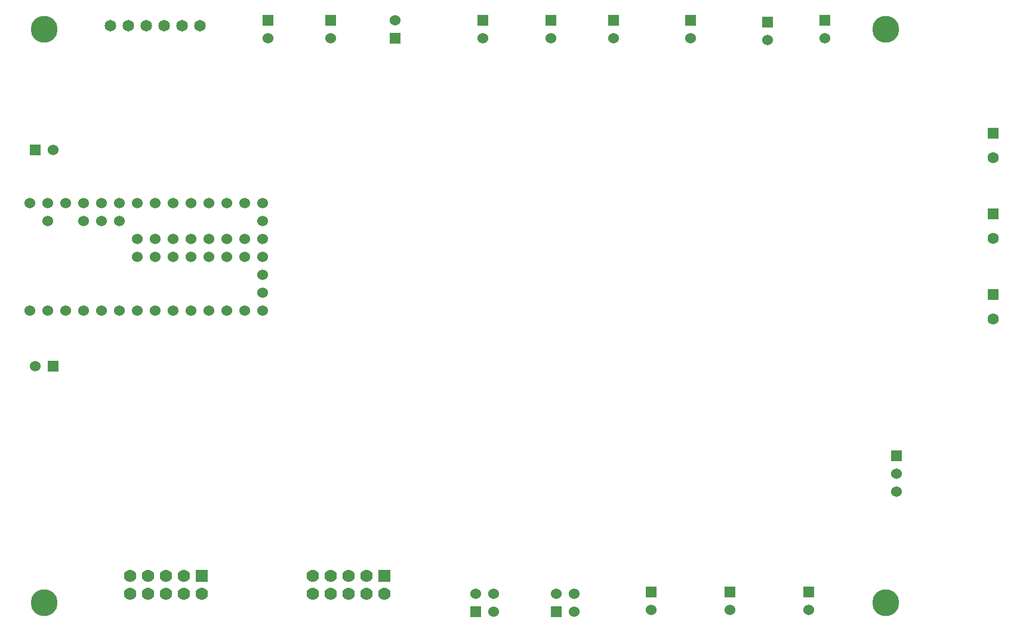
<source format=gbs>
G04 (created by PCBNEW (2013-jul-07)-stable) date Thu 22 Dec 2016 08:04:52 PM PST*
%MOIN*%
G04 Gerber Fmt 3.4, Leading zero omitted, Abs format*
%FSLAX34Y34*%
G01*
G70*
G90*
G04 APERTURE LIST*
%ADD10C,0.00590551*%
%ADD11C,0.06*%
%ADD12R,0.06X0.06*%
%ADD13C,0.065*%
%ADD14R,0.063X0.063*%
%ADD15C,0.063*%
%ADD16R,0.07X0.07*%
%ADD17C,0.07*%
%ADD18C,0.15*%
G04 APERTURE END LIST*
G54D10*
G54D11*
X20700Y-37200D03*
X21700Y-37200D03*
X22700Y-37200D03*
X23700Y-37200D03*
X24700Y-37200D03*
X25700Y-37200D03*
X26700Y-37200D03*
X27700Y-37200D03*
X28700Y-37200D03*
X29700Y-37200D03*
X30700Y-37200D03*
X31700Y-37200D03*
X32700Y-37200D03*
X33700Y-37200D03*
X33700Y-36200D03*
X33700Y-35200D03*
X33700Y-34200D03*
X33700Y-33200D03*
X33700Y-32200D03*
X33700Y-31200D03*
X32700Y-31200D03*
X31700Y-31200D03*
X30700Y-31200D03*
X29700Y-31200D03*
X28700Y-31200D03*
X27700Y-31200D03*
X26700Y-31200D03*
X25700Y-31200D03*
X24700Y-31200D03*
X23700Y-31200D03*
X22700Y-31200D03*
X21700Y-31200D03*
X20700Y-31200D03*
X26700Y-34200D03*
X27700Y-34200D03*
X28700Y-34200D03*
X29700Y-34200D03*
X30700Y-34200D03*
X31700Y-34200D03*
X32700Y-34200D03*
X32700Y-33200D03*
X31700Y-33200D03*
X30700Y-33200D03*
X29700Y-33200D03*
X28700Y-33200D03*
X27700Y-33200D03*
X26700Y-33200D03*
X25700Y-32200D03*
X24700Y-32200D03*
X23700Y-32200D03*
X21700Y-32200D03*
G54D12*
X69100Y-45300D03*
G54D11*
X69100Y-46300D03*
X69100Y-47300D03*
G54D12*
X50100Y-54000D03*
G54D11*
X50100Y-53000D03*
X51100Y-54000D03*
X51100Y-53000D03*
G54D12*
X45600Y-54000D03*
G54D11*
X45600Y-53000D03*
X46600Y-54000D03*
X46600Y-53000D03*
G54D12*
X46000Y-21000D03*
G54D11*
X46000Y-22000D03*
G54D12*
X41100Y-22000D03*
G54D11*
X41100Y-21000D03*
G54D12*
X22000Y-40300D03*
G54D11*
X21000Y-40300D03*
G54D12*
X49800Y-21000D03*
G54D11*
X49800Y-22000D03*
G54D12*
X21000Y-28250D03*
G54D11*
X22000Y-28250D03*
G54D12*
X53300Y-21000D03*
G54D11*
X53300Y-22000D03*
G54D12*
X57600Y-21000D03*
G54D11*
X57600Y-22000D03*
G54D12*
X55400Y-52900D03*
G54D11*
X55400Y-53900D03*
G54D12*
X61900Y-21100D03*
G54D11*
X61900Y-22100D03*
G54D12*
X64200Y-52900D03*
G54D11*
X64200Y-53900D03*
G54D12*
X59800Y-52900D03*
G54D11*
X59800Y-53900D03*
G54D12*
X65100Y-21000D03*
G54D11*
X65100Y-22000D03*
G54D12*
X37500Y-21000D03*
G54D11*
X37500Y-22000D03*
G54D12*
X34000Y-21000D03*
G54D11*
X34000Y-22000D03*
G54D13*
X25200Y-21300D03*
X26200Y-21300D03*
X27200Y-21300D03*
X28200Y-21300D03*
X29200Y-21300D03*
X30200Y-21300D03*
G54D14*
X74500Y-27311D03*
G54D15*
X74500Y-28689D03*
G54D14*
X74500Y-31811D03*
G54D15*
X74500Y-33189D03*
G54D14*
X74500Y-36311D03*
G54D15*
X74500Y-37689D03*
G54D16*
X30300Y-52000D03*
G54D17*
X30300Y-53000D03*
X29300Y-52000D03*
X29300Y-53000D03*
X28300Y-52000D03*
X28300Y-53000D03*
X27300Y-52000D03*
X27300Y-53000D03*
X26300Y-52000D03*
X26300Y-53000D03*
G54D16*
X40500Y-52000D03*
G54D17*
X40500Y-53000D03*
X39500Y-52000D03*
X39500Y-53000D03*
X38500Y-52000D03*
X38500Y-53000D03*
X37500Y-52000D03*
X37500Y-53000D03*
X36500Y-52000D03*
X36500Y-53000D03*
G54D18*
X68500Y-53500D03*
X21500Y-53500D03*
X21500Y-21500D03*
X68500Y-21500D03*
M02*

</source>
